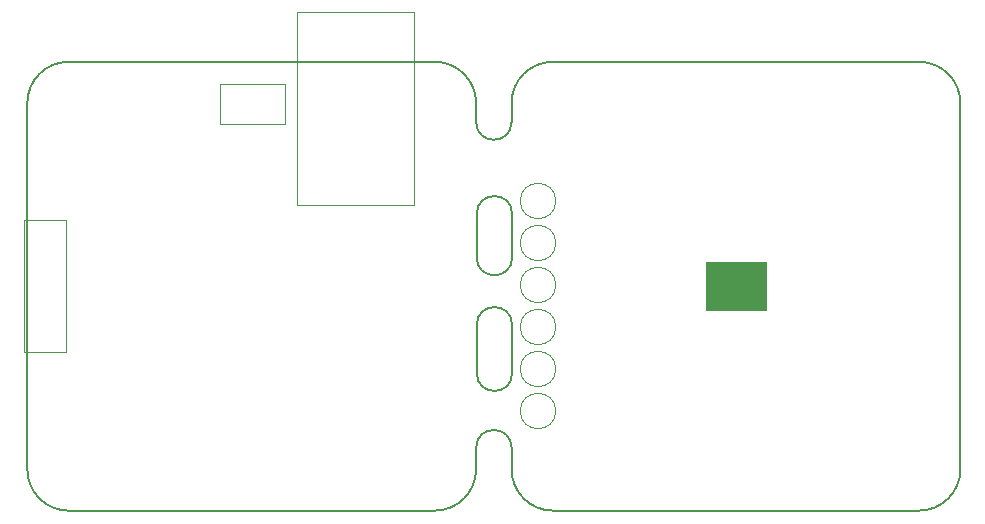
<source format=gbr>
%TF.GenerationSoftware,KiCad,Pcbnew,(6.0.1-0)*%
%TF.CreationDate,2023-01-25T00:15:58+01:00*%
%TF.ProjectId,ethersweep,65746865-7273-4776-9565-702e6b696361,2.0.1*%
%TF.SameCoordinates,Original*%
%TF.FileFunction,Other,User*%
%FSLAX46Y46*%
G04 Gerber Fmt 4.6, Leading zero omitted, Abs format (unit mm)*
G04 Created by KiCad (PCBNEW (6.0.1-0)) date 2023-01-25 00:15:58*
%MOMM*%
%LPD*%
G01*
G04 APERTURE LIST*
%TA.AperFunction,Profile*%
%ADD10C,0.150000*%
%TD*%
%ADD11C,0.050000*%
%ADD12C,0.010000*%
G04 APERTURE END LIST*
D10*
X187150000Y-39570000D02*
X187150000Y-43270000D01*
X184150000Y-43270000D02*
X184150000Y-39570000D01*
X184150000Y-53070000D02*
X184150000Y-48970000D01*
X187150000Y-48970000D02*
X187150000Y-53070000D01*
X187150000Y-39570000D02*
G75*
G03*
X184150000Y-39570000I-1500000J0D01*
G01*
X184150000Y-43270000D02*
G75*
G03*
X187150000Y-43270000I1500000J0D01*
G01*
X184150000Y-53070000D02*
G75*
G03*
X187150000Y-53070000I1500000J0D01*
G01*
X187150000Y-48970000D02*
G75*
G03*
X184150000Y-48970000I-1500000J0D01*
G01*
X184100000Y-31800000D02*
G75*
G03*
X187100000Y-31800000I1500000J0D01*
G01*
X187100000Y-59370000D02*
G75*
G03*
X184100000Y-59370000I-1500000J0D01*
G01*
X184100000Y-31800000D02*
X184100000Y-30200000D01*
X184100000Y-60700000D02*
X184100000Y-59400000D01*
X180600000Y-26700000D02*
X149600000Y-26700000D01*
X149600000Y-26700000D02*
G75*
G03*
X146100000Y-30200000I-1J-3499999D01*
G01*
X184100000Y-30200000D02*
G75*
G03*
X180600000Y-26700000I-3499999J1D01*
G01*
X180600000Y-64700000D02*
G75*
G03*
X184100000Y-61200000I1J3499999D01*
G01*
X146100000Y-30200000D02*
X146100000Y-61200000D01*
X149600000Y-64700000D02*
X180600000Y-64700000D01*
X146100000Y-61200000D02*
G75*
G03*
X149600000Y-64700000I3499999J-1D01*
G01*
X184100000Y-61200000D02*
X184100000Y-60700000D01*
X225100000Y-61200000D02*
X225100000Y-30200000D01*
X190600000Y-64700000D02*
X221600000Y-64700000D01*
X187100000Y-61200000D02*
G75*
G03*
X190600000Y-64700000I3499999J-1D01*
G01*
X221600000Y-64700000D02*
G75*
G03*
X225100000Y-61200000I1J3499999D01*
G01*
X190600000Y-26700000D02*
G75*
G03*
X187100000Y-30200000I-1J-3499999D01*
G01*
X190600000Y-26700000D02*
X221600000Y-26700000D01*
X187100000Y-30200000D02*
X187100000Y-30700000D01*
X187100000Y-61200000D02*
X187100000Y-59400000D01*
X187100000Y-31800000D02*
X187100000Y-30700000D01*
X225100000Y-30200000D02*
G75*
G03*
X221600000Y-26700000I-3499999J1D01*
G01*
D11*
X168920000Y-22510000D02*
X178820000Y-22510000D01*
X168920000Y-38800000D02*
X168920000Y-22510000D01*
X178820000Y-22510000D02*
X178820000Y-38800000D01*
X178820000Y-38800000D02*
X168920000Y-38800000D01*
X145800000Y-51300000D02*
X145800000Y-40100000D01*
X145800000Y-40100000D02*
X149400000Y-40100000D01*
X149400000Y-51300000D02*
X145800000Y-51300000D01*
X149400000Y-40100000D02*
X149400000Y-51300000D01*
X167900000Y-28550000D02*
X162400000Y-28550000D01*
X167900000Y-31950000D02*
X167900000Y-28550000D01*
X162400000Y-31950000D02*
X167900000Y-31950000D01*
X162400000Y-28550000D02*
X162400000Y-31950000D01*
D12*
X203560000Y-47732000D02*
X208640000Y-47732000D01*
X208640000Y-47732000D02*
X208640000Y-43668000D01*
X208640000Y-43668000D02*
X203560000Y-43668000D01*
X203560000Y-43668000D02*
X203560000Y-47732000D01*
G36*
X208640000Y-47732000D02*
G01*
X203560000Y-47732000D01*
X203560000Y-43668000D01*
X208640000Y-43668000D01*
X208640000Y-47732000D01*
G37*
X208640000Y-47732000D02*
X203560000Y-47732000D01*
X203560000Y-43668000D01*
X208640000Y-43668000D01*
X208640000Y-47732000D01*
D11*
X190842000Y-52710000D02*
G75*
G03*
X190842000Y-52710000I-1500000J0D01*
G01*
X190842000Y-42042000D02*
G75*
G03*
X190842000Y-42042000I-1500000J0D01*
G01*
X190842000Y-56266000D02*
G75*
G03*
X190842000Y-56266000I-1500000J0D01*
G01*
X190842000Y-38486000D02*
G75*
G03*
X190842000Y-38486000I-1500000J0D01*
G01*
X190842000Y-49154000D02*
G75*
G03*
X190842000Y-49154000I-1500000J0D01*
G01*
X190842000Y-45598000D02*
G75*
G03*
X190842000Y-45598000I-1500000J0D01*
G01*
M02*

</source>
